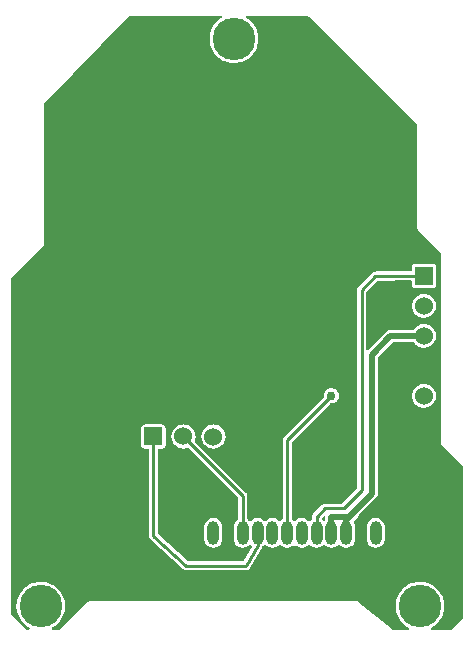
<source format=gtl>
G04 Layer: TopLayer*
G04 EasyEDA v6.5.22, 2022-12-22 11:17:51*
G04 ce4e8ce13fa74190b801a80eed42a14c,57500b8d1a72451d9db585c8b3981418,10*
G04 Gerber Generator version 0.2*
G04 Scale: 100 percent, Rotated: No, Reflected: No *
G04 Dimensions in inches *
G04 leading zeros omitted , absolute positions ,3 integer and 6 decimal *
%FSLAX36Y36*%
%MOIN*%

%ADD10C,0.0100*%
%ADD11C,0.0200*%
%ADD12R,0.0600X0.0600*%
%ADD13C,0.0600*%
%ADD14O,0.039689999999999996X0.07937*%
%ADD15C,0.1417*%
%ADD16C,0.0157*%
%ADD17C,0.0298*%

%LPD*%
G36*
X56980Y6200D02*
G01*
X55460Y6500D01*
X54160Y7380D01*
X7380Y54160D01*
X6500Y55460D01*
X6200Y56980D01*
X6200Y1176880D01*
X6500Y1178400D01*
X7380Y1179700D01*
X114420Y1286759D01*
X115600Y1288340D01*
X116199Y1289780D01*
X116440Y1291440D01*
X116440Y1759640D01*
X116740Y1761140D01*
X117579Y1762420D01*
X399080Y2051639D01*
X400400Y2052540D01*
X401940Y2052840D01*
X704640Y2052840D01*
X706340Y2052480D01*
X707720Y2051399D01*
X708500Y2049860D01*
X708560Y2048120D01*
X707880Y2046519D01*
X706580Y2045360D01*
X705639Y2044840D01*
X699200Y2040380D01*
X693220Y2035340D01*
X687740Y2029740D01*
X682840Y2023620D01*
X678540Y2017080D01*
X674900Y2010140D01*
X671960Y2002880D01*
X669720Y1995380D01*
X668220Y1987700D01*
X667460Y1979900D01*
X667460Y1972060D01*
X668220Y1964259D01*
X669720Y1956579D01*
X671960Y1949079D01*
X674900Y1941819D01*
X678540Y1934880D01*
X682840Y1928340D01*
X687740Y1922220D01*
X693220Y1916620D01*
X699200Y1911579D01*
X705639Y1907120D01*
X712500Y1903320D01*
X719680Y1900180D01*
X727120Y1897760D01*
X734780Y1896080D01*
X742540Y1895140D01*
X750380Y1894940D01*
X758199Y1895520D01*
X765920Y1896819D01*
X773460Y1898880D01*
X780800Y1901660D01*
X787820Y1905140D01*
X794460Y1909259D01*
X800699Y1914019D01*
X806420Y1919360D01*
X811620Y1925220D01*
X816220Y1931560D01*
X820200Y1938300D01*
X823500Y1945420D01*
X826100Y1952800D01*
X827980Y1960400D01*
X829100Y1968160D01*
X829479Y1975980D01*
X829100Y1983800D01*
X827980Y1991560D01*
X826100Y1999160D01*
X823500Y2006540D01*
X820200Y2013660D01*
X816220Y2020400D01*
X811620Y2026740D01*
X806420Y2032600D01*
X800699Y2037940D01*
X794460Y2042700D01*
X790020Y2045460D01*
X788800Y2046639D01*
X788180Y2048240D01*
X788280Y2049940D01*
X789100Y2051459D01*
X790460Y2052480D01*
X792140Y2052840D01*
X991080Y2052840D01*
X992600Y2052560D01*
X993900Y2051699D01*
X1358760Y1691500D01*
X1359640Y1690180D01*
X1359940Y1688640D01*
X1359940Y1342020D01*
X1360220Y1340060D01*
X1360820Y1338620D01*
X1361840Y1337280D01*
X1436720Y1262380D01*
X1437580Y1261080D01*
X1437900Y1259560D01*
X1437900Y628640D01*
X1438180Y626680D01*
X1438760Y625240D01*
X1439780Y623900D01*
X1512300Y551360D01*
X1513180Y550060D01*
X1513480Y548520D01*
X1513480Y48720D01*
X1513180Y47180D01*
X1512300Y45880D01*
X1473800Y7380D01*
X1472500Y6500D01*
X1470960Y6200D01*
X1409620Y6200D01*
X1407960Y6560D01*
X1406579Y7600D01*
X1405780Y9100D01*
X1405680Y10820D01*
X1406300Y12420D01*
X1407520Y13600D01*
X1414560Y17940D01*
X1420780Y22700D01*
X1426500Y28020D01*
X1431699Y33900D01*
X1436300Y40220D01*
X1440280Y46980D01*
X1443580Y54080D01*
X1446180Y61480D01*
X1448060Y69080D01*
X1449180Y76820D01*
X1449560Y84640D01*
X1449180Y92480D01*
X1448060Y100220D01*
X1446180Y107820D01*
X1443580Y115220D01*
X1440280Y122320D01*
X1436300Y129080D01*
X1431699Y135400D01*
X1426500Y141280D01*
X1420780Y146600D01*
X1414540Y151360D01*
X1407900Y155500D01*
X1400880Y158960D01*
X1393540Y161740D01*
X1386000Y163800D01*
X1378280Y165120D01*
X1370460Y165680D01*
X1362620Y165500D01*
X1354860Y164560D01*
X1347200Y162860D01*
X1339760Y160440D01*
X1332580Y157320D01*
X1325720Y153500D01*
X1319280Y149060D01*
X1313300Y144000D01*
X1307820Y138400D01*
X1302920Y132300D01*
X1298620Y125740D01*
X1294980Y118800D01*
X1292040Y111560D01*
X1289800Y104040D01*
X1288300Y96359D01*
X1287540Y88560D01*
X1287540Y80740D01*
X1288300Y72940D01*
X1289800Y65260D01*
X1292040Y57740D01*
X1294980Y50500D01*
X1298620Y43560D01*
X1302920Y37000D01*
X1307820Y30900D01*
X1313300Y25299D01*
X1319280Y20240D01*
X1325720Y15800D01*
X1329500Y13700D01*
X1330800Y12540D01*
X1331480Y10940D01*
X1331420Y9200D01*
X1330640Y7640D01*
X1329259Y6580D01*
X1327560Y6200D01*
X1276140Y6200D01*
X1274780Y6440D01*
X1273580Y7120D01*
X1163240Y99060D01*
X1161480Y100160D01*
X1160800Y100399D01*
X1158760Y100680D01*
X268000Y100680D01*
X266040Y100399D01*
X264740Y99880D01*
X263360Y98900D01*
X167960Y7320D01*
X166680Y6480D01*
X165180Y6200D01*
X145460Y6200D01*
X143780Y6560D01*
X142420Y7600D01*
X141600Y9100D01*
X141500Y10820D01*
X142120Y12420D01*
X143360Y13600D01*
X150380Y17940D01*
X156600Y22700D01*
X162340Y28020D01*
X167540Y33900D01*
X172140Y40220D01*
X176100Y46980D01*
X179400Y54080D01*
X182000Y61480D01*
X183880Y69080D01*
X185020Y76820D01*
X185400Y84640D01*
X185020Y92480D01*
X183880Y100220D01*
X182000Y107820D01*
X179400Y115220D01*
X176100Y122320D01*
X172140Y129080D01*
X167540Y135400D01*
X162340Y141280D01*
X156600Y146600D01*
X150380Y151360D01*
X143720Y155500D01*
X136700Y158960D01*
X129380Y161740D01*
X121820Y163800D01*
X114100Y165120D01*
X106280Y165680D01*
X98460Y165500D01*
X90680Y164560D01*
X83040Y162860D01*
X75580Y160440D01*
X68400Y157320D01*
X61560Y153500D01*
X55119Y149060D01*
X49120Y144000D01*
X43660Y138400D01*
X38760Y132300D01*
X34460Y125740D01*
X30820Y118800D01*
X27860Y111560D01*
X25620Y104040D01*
X24120Y96359D01*
X23360Y88560D01*
X23360Y80740D01*
X24120Y72940D01*
X25620Y65260D01*
X27860Y57740D01*
X30820Y50500D01*
X34460Y43560D01*
X38760Y37000D01*
X43660Y30900D01*
X49120Y25299D01*
X55119Y20240D01*
X61560Y15800D01*
X65320Y13700D01*
X66640Y12540D01*
X67320Y10940D01*
X67260Y9200D01*
X66460Y7640D01*
X65080Y6580D01*
X63380Y6200D01*
G37*

%LPC*%
G36*
X590140Y204800D02*
G01*
X789920Y204800D01*
X791260Y204860D01*
X793000Y205100D01*
X794180Y205400D01*
X795840Y205980D01*
X796960Y206500D01*
X798460Y207380D01*
X799460Y208100D01*
X800759Y209280D01*
X801600Y210180D01*
X802640Y211580D01*
X803340Y212719D01*
X840180Y279460D01*
X841360Y282180D01*
X841940Y283140D01*
X842780Y283900D01*
X845699Y285880D01*
X848860Y288820D01*
X850120Y289620D01*
X851580Y289880D01*
X853040Y289620D01*
X854300Y288820D01*
X857460Y285880D01*
X861160Y283360D01*
X865200Y281420D01*
X869500Y280080D01*
X873940Y279420D01*
X878420Y279420D01*
X882860Y280080D01*
X887159Y281420D01*
X891200Y283360D01*
X894900Y285880D01*
X898060Y288820D01*
X899320Y289620D01*
X900780Y289880D01*
X902240Y289620D01*
X903500Y288820D01*
X906660Y285880D01*
X910380Y283360D01*
X914419Y281420D01*
X918700Y280080D01*
X923139Y279420D01*
X927640Y279420D01*
X932080Y280080D01*
X936360Y281420D01*
X940400Y283360D01*
X944120Y285880D01*
X947280Y288820D01*
X948540Y289620D01*
X950000Y289900D01*
X951460Y289620D01*
X952720Y288820D01*
X955879Y285880D01*
X959599Y283360D01*
X963640Y281420D01*
X967920Y280080D01*
X972360Y279420D01*
X976860Y279420D01*
X981300Y280080D01*
X985580Y281420D01*
X989620Y283360D01*
X993340Y285880D01*
X996500Y288820D01*
X997760Y289620D01*
X999220Y289880D01*
X1000680Y289620D01*
X1001940Y288820D01*
X1005100Y285880D01*
X1008800Y283360D01*
X1012840Y281420D01*
X1017140Y280080D01*
X1021580Y279420D01*
X1026060Y279420D01*
X1030500Y280080D01*
X1034800Y281420D01*
X1038840Y283360D01*
X1042540Y285880D01*
X1045699Y288820D01*
X1046960Y289620D01*
X1048420Y289880D01*
X1049880Y289620D01*
X1051140Y288820D01*
X1054300Y285880D01*
X1058020Y283360D01*
X1062060Y281420D01*
X1066340Y280080D01*
X1070780Y279420D01*
X1075280Y279420D01*
X1079720Y280080D01*
X1084000Y281420D01*
X1088040Y283360D01*
X1091760Y285880D01*
X1094920Y288820D01*
X1096180Y289620D01*
X1097640Y289880D01*
X1099100Y289620D01*
X1100360Y288820D01*
X1103520Y285880D01*
X1107220Y283360D01*
X1111260Y281420D01*
X1115560Y280080D01*
X1120000Y279420D01*
X1124480Y279420D01*
X1128920Y280080D01*
X1133220Y281420D01*
X1137260Y283360D01*
X1140960Y285880D01*
X1144260Y288940D01*
X1147060Y292460D01*
X1149300Y296340D01*
X1150940Y300520D01*
X1151940Y304900D01*
X1152280Y309520D01*
X1152280Y348900D01*
X1151940Y353519D01*
X1150940Y357900D01*
X1149300Y362080D01*
X1147900Y364500D01*
X1147380Y366160D01*
X1147600Y367879D01*
X1148540Y369340D01*
X1222100Y442900D01*
X1223340Y444260D01*
X1224420Y445660D01*
X1225360Y447140D01*
X1226180Y448700D01*
X1226840Y450340D01*
X1227380Y452020D01*
X1227760Y453740D01*
X1227980Y455480D01*
X1228080Y457320D01*
X1228080Y912900D01*
X1228360Y914419D01*
X1229220Y915699D01*
X1277340Y964440D01*
X1278660Y965320D01*
X1280200Y965620D01*
X1344960Y965620D01*
X1346320Y965380D01*
X1347520Y964700D01*
X1352080Y958860D01*
X1355940Y955120D01*
X1360260Y951940D01*
X1364980Y949360D01*
X1369980Y947440D01*
X1375200Y946180D01*
X1380540Y945660D01*
X1385920Y945840D01*
X1391200Y946720D01*
X1396339Y948319D01*
X1401200Y950580D01*
X1405740Y953460D01*
X1409840Y956919D01*
X1413440Y960920D01*
X1416480Y965340D01*
X1418899Y970120D01*
X1420660Y975200D01*
X1421720Y980460D01*
X1422080Y985819D01*
X1421720Y991180D01*
X1420660Y996440D01*
X1418899Y1001520D01*
X1416480Y1006300D01*
X1413440Y1010720D01*
X1409840Y1014720D01*
X1405740Y1018180D01*
X1401200Y1021060D01*
X1396339Y1023319D01*
X1391200Y1024920D01*
X1385920Y1025800D01*
X1380540Y1025980D01*
X1375200Y1025460D01*
X1369980Y1024200D01*
X1364980Y1022280D01*
X1360260Y1019700D01*
X1355940Y1016520D01*
X1352080Y1012780D01*
X1347520Y1006940D01*
X1346320Y1006260D01*
X1344960Y1006020D01*
X1270180Y1006020D01*
X1268180Y1005920D01*
X1266580Y1005720D01*
X1264720Y1005300D01*
X1263180Y1004800D01*
X1261420Y1004060D01*
X1260000Y1003319D01*
X1258380Y1002280D01*
X1257100Y1001300D01*
X1255640Y999940D01*
X1195940Y939500D01*
X1194640Y938620D01*
X1193120Y938319D01*
X1191580Y938620D01*
X1190280Y939479D01*
X1189400Y940780D01*
X1189100Y942320D01*
X1189100Y1130900D01*
X1189400Y1132440D01*
X1190280Y1133740D01*
X1225240Y1168700D01*
X1226540Y1169580D01*
X1228060Y1169880D01*
X1337680Y1170400D01*
X1339199Y1170100D01*
X1340520Y1169240D01*
X1341380Y1167940D01*
X1341699Y1166400D01*
X1341699Y1156040D01*
X1341980Y1153560D01*
X1342720Y1151400D01*
X1343940Y1149480D01*
X1345540Y1147860D01*
X1347480Y1146660D01*
X1349620Y1145900D01*
X1352120Y1145620D01*
X1411660Y1145620D01*
X1414160Y1145900D01*
X1416300Y1146660D01*
X1418240Y1147860D01*
X1419840Y1149480D01*
X1421060Y1151400D01*
X1421800Y1153560D01*
X1422100Y1156040D01*
X1422100Y1215600D01*
X1421800Y1218080D01*
X1421060Y1220240D01*
X1419840Y1222160D01*
X1418240Y1223780D01*
X1416300Y1224980D01*
X1414160Y1225740D01*
X1411660Y1226020D01*
X1352120Y1226020D01*
X1349620Y1225740D01*
X1347480Y1224980D01*
X1345540Y1223780D01*
X1343940Y1222160D01*
X1342720Y1220240D01*
X1341980Y1218080D01*
X1341699Y1215600D01*
X1341699Y1204800D01*
X1341380Y1203280D01*
X1340520Y1201980D01*
X1339240Y1201120D01*
X1337700Y1200800D01*
X1220200Y1200240D01*
X1217120Y1199940D01*
X1214280Y1199060D01*
X1211640Y1197660D01*
X1209200Y1195640D01*
X1163300Y1149740D01*
X1161280Y1147300D01*
X1159880Y1144660D01*
X1159020Y1141820D01*
X1158700Y1138660D01*
X1158700Y478080D01*
X1158400Y476540D01*
X1157520Y475240D01*
X1110060Y427800D01*
X1108760Y426920D01*
X1107240Y426620D01*
X1052940Y426620D01*
X1049780Y426300D01*
X1046940Y425439D01*
X1044320Y424040D01*
X1041860Y422020D01*
X1013220Y393380D01*
X1011200Y390920D01*
X1009800Y388300D01*
X1008940Y385460D01*
X1008620Y382299D01*
X1008620Y377040D01*
X1008420Y375780D01*
X1007800Y374640D01*
X1006880Y373740D01*
X1005100Y372540D01*
X1001940Y369600D01*
X1000680Y368800D01*
X999220Y368540D01*
X997760Y368800D01*
X996500Y369600D01*
X993340Y372540D01*
X989620Y375060D01*
X985580Y377000D01*
X981300Y378340D01*
X976860Y379000D01*
X972360Y379000D01*
X967920Y378340D01*
X963640Y377000D01*
X959599Y375060D01*
X955879Y372540D01*
X952720Y369600D01*
X951460Y368800D01*
X950000Y368519D01*
X948540Y368800D01*
X947280Y369600D01*
X944120Y372540D01*
X942340Y373740D01*
X941400Y374640D01*
X940800Y375780D01*
X940600Y377040D01*
X940600Y630040D01*
X940900Y631560D01*
X941760Y632860D01*
X1068560Y759659D01*
X1069860Y760540D01*
X1071400Y760840D01*
X1075300Y760840D01*
X1079380Y761520D01*
X1083300Y762860D01*
X1086940Y764840D01*
X1090220Y767380D01*
X1093020Y770420D01*
X1095280Y773900D01*
X1096940Y777680D01*
X1097960Y781700D01*
X1098300Y785819D01*
X1097960Y789960D01*
X1096940Y793980D01*
X1095280Y797760D01*
X1093020Y801240D01*
X1090220Y804280D01*
X1086940Y806820D01*
X1083300Y808800D01*
X1079380Y810140D01*
X1075300Y810819D01*
X1071160Y810819D01*
X1067080Y810140D01*
X1063160Y808800D01*
X1059520Y806820D01*
X1056240Y804280D01*
X1053440Y801240D01*
X1051180Y797760D01*
X1049520Y793980D01*
X1048500Y789960D01*
X1048160Y785819D01*
X1048280Y784380D01*
X1048040Y782660D01*
X1047120Y781220D01*
X914780Y648880D01*
X912760Y646420D01*
X911360Y643800D01*
X910500Y640960D01*
X910200Y637800D01*
X910200Y377040D01*
X909980Y375780D01*
X909380Y374640D01*
X908439Y373740D01*
X906660Y372540D01*
X903500Y369600D01*
X902240Y368800D01*
X900780Y368540D01*
X899320Y368800D01*
X898060Y369600D01*
X894900Y372540D01*
X891200Y375060D01*
X887159Y377000D01*
X882860Y378340D01*
X878420Y379000D01*
X873940Y379000D01*
X869500Y378340D01*
X865200Y377000D01*
X861160Y375060D01*
X857460Y372540D01*
X854300Y369600D01*
X853040Y368800D01*
X851580Y368540D01*
X850120Y368800D01*
X848860Y369600D01*
X845699Y372540D01*
X841979Y375060D01*
X837940Y377000D01*
X833660Y378340D01*
X829220Y379000D01*
X824720Y379000D01*
X820280Y378340D01*
X816000Y377000D01*
X811960Y375060D01*
X808240Y372540D01*
X805080Y369600D01*
X803820Y368800D01*
X802360Y368540D01*
X800900Y368800D01*
X799640Y369600D01*
X796480Y372540D01*
X794700Y373740D01*
X793780Y374640D01*
X793160Y375780D01*
X792960Y377040D01*
X792960Y452060D01*
X792640Y455220D01*
X791780Y458060D01*
X790380Y460680D01*
X788360Y463140D01*
X618840Y632660D01*
X617980Y633940D01*
X617660Y635420D01*
X617940Y636940D01*
X618380Y638100D01*
X619640Y643319D01*
X620160Y648660D01*
X619980Y654040D01*
X619100Y659320D01*
X617500Y664460D01*
X615240Y669320D01*
X612360Y673860D01*
X608900Y677960D01*
X604900Y681560D01*
X600480Y684599D01*
X595700Y687020D01*
X590620Y688780D01*
X585360Y689840D01*
X580000Y690200D01*
X574640Y689840D01*
X569380Y688780D01*
X564300Y687020D01*
X559520Y684599D01*
X555100Y681560D01*
X551100Y677960D01*
X547640Y673860D01*
X544760Y669320D01*
X542500Y664460D01*
X540900Y659320D01*
X540020Y654040D01*
X539840Y648660D01*
X540360Y643319D01*
X541620Y638100D01*
X543540Y633100D01*
X546120Y628380D01*
X549300Y624060D01*
X553040Y620200D01*
X557260Y616880D01*
X561880Y614140D01*
X566820Y612040D01*
X572000Y610620D01*
X577320Y609900D01*
X582680Y609900D01*
X588000Y610620D01*
X593500Y612140D01*
X594900Y612280D01*
X596260Y611920D01*
X597400Y611120D01*
X761380Y447120D01*
X762260Y445820D01*
X762560Y444300D01*
X762560Y377040D01*
X762360Y375780D01*
X761740Y374640D01*
X760819Y373740D01*
X759040Y372540D01*
X755740Y369480D01*
X752940Y365959D01*
X750699Y362080D01*
X749060Y357900D01*
X748060Y353519D01*
X747720Y348900D01*
X747720Y309520D01*
X748060Y304900D01*
X749060Y300520D01*
X750699Y296340D01*
X752940Y292460D01*
X755740Y288940D01*
X759040Y285880D01*
X762740Y283360D01*
X766780Y281420D01*
X771080Y280080D01*
X775520Y279420D01*
X780000Y279420D01*
X784440Y280080D01*
X788740Y281420D01*
X792780Y283360D01*
X796480Y285880D01*
X799640Y288820D01*
X800900Y289620D01*
X802360Y289880D01*
X803820Y289620D01*
X805080Y288820D01*
X806460Y287540D01*
X807460Y286100D01*
X807740Y284360D01*
X807240Y282680D01*
X782159Y237260D01*
X781280Y236160D01*
X780060Y235460D01*
X778660Y235200D01*
X597420Y235200D01*
X595980Y235460D01*
X594740Y236240D01*
X496500Y325540D01*
X495540Y326880D01*
X495200Y328500D01*
X495200Y605800D01*
X495500Y607340D01*
X496380Y608640D01*
X497660Y609500D01*
X499200Y609800D01*
X509780Y609800D01*
X512260Y610100D01*
X514420Y610840D01*
X516340Y612060D01*
X517960Y613660D01*
X519159Y615600D01*
X519920Y617740D01*
X520200Y620240D01*
X520200Y679780D01*
X519920Y682280D01*
X519159Y684419D01*
X517960Y686360D01*
X516340Y687960D01*
X514420Y689180D01*
X512260Y689920D01*
X509780Y690200D01*
X450220Y690200D01*
X447740Y689920D01*
X445580Y689180D01*
X443660Y687960D01*
X442040Y686360D01*
X440840Y684419D01*
X440080Y682280D01*
X439799Y679780D01*
X439799Y620240D01*
X440080Y617740D01*
X440840Y615600D01*
X442040Y613660D01*
X443660Y612060D01*
X445580Y610840D01*
X447740Y610100D01*
X450220Y609800D01*
X460800Y609800D01*
X462340Y609500D01*
X463620Y608640D01*
X464500Y607340D01*
X464799Y605800D01*
X464820Y319420D01*
X465260Y316340D01*
X466260Y313540D01*
X467800Y310980D01*
X469920Y308620D01*
X579640Y208880D01*
X582180Y207000D01*
X584860Y205720D01*
X587800Y204980D01*
G37*
G36*
X1218420Y279420D02*
G01*
X1222920Y279420D01*
X1227360Y280080D01*
X1231640Y281420D01*
X1235680Y283360D01*
X1239400Y285880D01*
X1242680Y288940D01*
X1245480Y292460D01*
X1247720Y296340D01*
X1249360Y300520D01*
X1250360Y304900D01*
X1250720Y309520D01*
X1250720Y348900D01*
X1250360Y353519D01*
X1249360Y357900D01*
X1247720Y362080D01*
X1245480Y365959D01*
X1242680Y369480D01*
X1239400Y372540D01*
X1235680Y375060D01*
X1231640Y377000D01*
X1227360Y378340D01*
X1222920Y379000D01*
X1218420Y379000D01*
X1213980Y378340D01*
X1209700Y377000D01*
X1205660Y375060D01*
X1201940Y372540D01*
X1198660Y369480D01*
X1195860Y365959D01*
X1193620Y362080D01*
X1191980Y357900D01*
X1190980Y353519D01*
X1190620Y348900D01*
X1190620Y309520D01*
X1190980Y304900D01*
X1191980Y300520D01*
X1193620Y296340D01*
X1195860Y292460D01*
X1198660Y288940D01*
X1201940Y285880D01*
X1205660Y283360D01*
X1209700Y281420D01*
X1213980Y280080D01*
G37*
G36*
X677080Y279420D02*
G01*
X681580Y279420D01*
X686020Y280080D01*
X690300Y281420D01*
X694340Y283360D01*
X698060Y285880D01*
X701340Y288940D01*
X704140Y292460D01*
X706380Y296340D01*
X708020Y300520D01*
X709020Y304900D01*
X709380Y309520D01*
X709380Y348900D01*
X709020Y353519D01*
X708020Y357900D01*
X706380Y362080D01*
X704140Y365959D01*
X701340Y369480D01*
X698060Y372540D01*
X694340Y375060D01*
X690300Y377000D01*
X686020Y378340D01*
X681580Y379000D01*
X677080Y379000D01*
X672640Y378340D01*
X668360Y377000D01*
X664320Y375060D01*
X660600Y372540D01*
X657320Y369480D01*
X654520Y365959D01*
X652280Y362080D01*
X650639Y357900D01*
X649640Y353519D01*
X649280Y348900D01*
X649280Y309520D01*
X649640Y304900D01*
X650639Y300520D01*
X652280Y296340D01*
X654520Y292460D01*
X657320Y288940D01*
X660600Y285880D01*
X664320Y283360D01*
X668360Y281420D01*
X672640Y280080D01*
G37*
G36*
X677320Y609900D02*
G01*
X682680Y609900D01*
X688000Y610620D01*
X693180Y612040D01*
X698120Y614120D01*
X702740Y616860D01*
X706960Y620200D01*
X710699Y624060D01*
X713880Y628380D01*
X716460Y633080D01*
X718379Y638100D01*
X719640Y643319D01*
X720160Y648660D01*
X719980Y654020D01*
X719100Y659320D01*
X717500Y664440D01*
X715240Y669320D01*
X712360Y673840D01*
X708900Y677940D01*
X704900Y681540D01*
X700480Y684580D01*
X695699Y687000D01*
X690620Y688760D01*
X685360Y689840D01*
X680000Y690200D01*
X674640Y689840D01*
X669380Y688760D01*
X664300Y687000D01*
X659520Y684580D01*
X655100Y681540D01*
X651100Y677940D01*
X647640Y673840D01*
X644760Y669320D01*
X642500Y664440D01*
X640900Y659320D01*
X640020Y654020D01*
X639840Y648660D01*
X640360Y643319D01*
X641620Y638100D01*
X643540Y633080D01*
X646120Y628380D01*
X649300Y624060D01*
X653040Y620200D01*
X657260Y616860D01*
X661880Y614120D01*
X666820Y612040D01*
X672000Y610620D01*
G37*
G36*
X1380540Y745660D02*
G01*
X1385920Y745840D01*
X1391200Y746740D01*
X1396339Y748319D01*
X1401200Y750580D01*
X1405740Y753480D01*
X1409840Y756940D01*
X1413440Y760920D01*
X1416480Y765340D01*
X1418899Y770140D01*
X1420660Y775220D01*
X1421720Y780480D01*
X1422080Y785819D01*
X1421720Y791180D01*
X1420660Y796440D01*
X1418899Y801520D01*
X1416480Y806320D01*
X1413440Y810740D01*
X1409840Y814720D01*
X1405740Y818180D01*
X1401200Y821080D01*
X1396339Y823340D01*
X1391200Y824920D01*
X1385920Y825819D01*
X1380540Y826000D01*
X1375200Y825460D01*
X1369980Y824220D01*
X1364980Y822280D01*
X1360260Y819700D01*
X1355940Y816520D01*
X1352080Y812780D01*
X1348760Y808580D01*
X1346020Y803960D01*
X1343920Y799020D01*
X1342500Y793840D01*
X1341780Y788520D01*
X1341780Y783139D01*
X1342500Y777820D01*
X1343920Y772640D01*
X1346020Y767700D01*
X1348760Y763080D01*
X1352080Y758880D01*
X1355940Y755140D01*
X1360260Y751960D01*
X1364980Y749380D01*
X1369980Y747440D01*
X1375200Y746200D01*
G37*
G36*
X1380540Y1045660D02*
G01*
X1385920Y1045840D01*
X1391200Y1046720D01*
X1396339Y1048319D01*
X1401200Y1050580D01*
X1405740Y1053460D01*
X1409840Y1056920D01*
X1413440Y1060920D01*
X1416480Y1065340D01*
X1418899Y1070120D01*
X1420660Y1075200D01*
X1421720Y1080460D01*
X1422080Y1085820D01*
X1421720Y1091180D01*
X1420660Y1096440D01*
X1418899Y1101520D01*
X1416480Y1106300D01*
X1413440Y1110720D01*
X1409840Y1114720D01*
X1405740Y1118180D01*
X1401200Y1121060D01*
X1396339Y1123320D01*
X1391200Y1124920D01*
X1385920Y1125800D01*
X1380540Y1125980D01*
X1375200Y1125460D01*
X1369980Y1124200D01*
X1364980Y1122280D01*
X1360260Y1119700D01*
X1355940Y1116520D01*
X1352080Y1112780D01*
X1348760Y1108560D01*
X1346020Y1103940D01*
X1343920Y1099000D01*
X1342500Y1093820D01*
X1341780Y1088500D01*
X1341780Y1083140D01*
X1342500Y1077820D01*
X1343920Y1072640D01*
X1346020Y1067700D01*
X1348760Y1063080D01*
X1352080Y1058860D01*
X1355940Y1055120D01*
X1360260Y1051940D01*
X1364980Y1049360D01*
X1369980Y1047440D01*
X1375200Y1046180D01*
G37*

%LPD*%
G36*
X1048420Y368540D02*
G01*
X1046960Y368800D01*
X1045699Y369600D01*
X1041060Y374000D01*
X1040540Y375660D01*
X1040759Y377380D01*
X1041680Y378860D01*
X1046000Y383180D01*
X1047300Y384040D01*
X1048840Y384340D01*
X1050360Y384040D01*
X1051660Y383180D01*
X1052520Y381880D01*
X1052840Y380340D01*
X1052840Y372900D01*
X1052500Y371300D01*
X1051140Y369600D01*
X1049880Y368800D01*
G37*

%LPD*%
D10*
X1381890Y1185820D02*
G01*
X1220080Y1185040D01*
X1173900Y1138860D01*
X1173900Y470120D01*
X1115190Y411420D01*
X1052750Y411420D01*
X1023820Y382490D01*
X1023820Y329210D01*
X1073230Y785830D02*
G01*
X925390Y637990D01*
X925390Y329210D01*
D11*
X1381890Y985819D02*
G01*
X1270080Y985819D01*
X1207870Y922830D01*
X1207870Y457239D01*
X1131340Y380710D01*
X1122240Y371610D01*
X1122240Y329210D01*
X1381890Y885819D02*
G01*
X1355820Y885819D01*
X1250000Y780000D01*
X1250000Y460000D01*
X1171460Y381460D01*
X1171460Y329210D01*
X1073030Y329210D02*
G01*
X1073030Y380710D01*
X1131340Y380710D01*
D10*
X580000Y650010D02*
G01*
X777760Y452250D01*
X777760Y329210D01*
X480000Y650010D02*
G01*
X480000Y320000D01*
X590000Y220000D01*
X790000Y220000D01*
X826970Y286970D01*
X826970Y329210D01*
D12*
G01*
X1381890Y1185820D03*
D13*
G01*
X1381890Y1085820D03*
G01*
X1381890Y985819D03*
G01*
X1381890Y885819D03*
G01*
X1381890Y785830D03*
D14*
G01*
X679330Y329210D03*
G01*
X728540Y329210D03*
G01*
X777760Y329210D03*
G01*
X826970Y329210D03*
G01*
X876180Y329210D03*
G01*
X925390Y329210D03*
G01*
X974610Y329210D03*
G01*
X1023820Y329210D03*
G01*
X1073030Y329210D03*
G01*
X1122240Y329210D03*
G01*
X1171460Y329210D03*
G01*
X1220670Y329210D03*
D12*
G01*
X480000Y650010D03*
D13*
G01*
X580000Y650010D03*
G01*
X680000Y650000D03*
G01*
X780000Y650000D03*
D15*
G01*
X104330Y84650D03*
G01*
X1368500Y84650D03*
G01*
X748420Y1975980D03*
D17*
G01*
X1073230Y785830D03*
M02*

</source>
